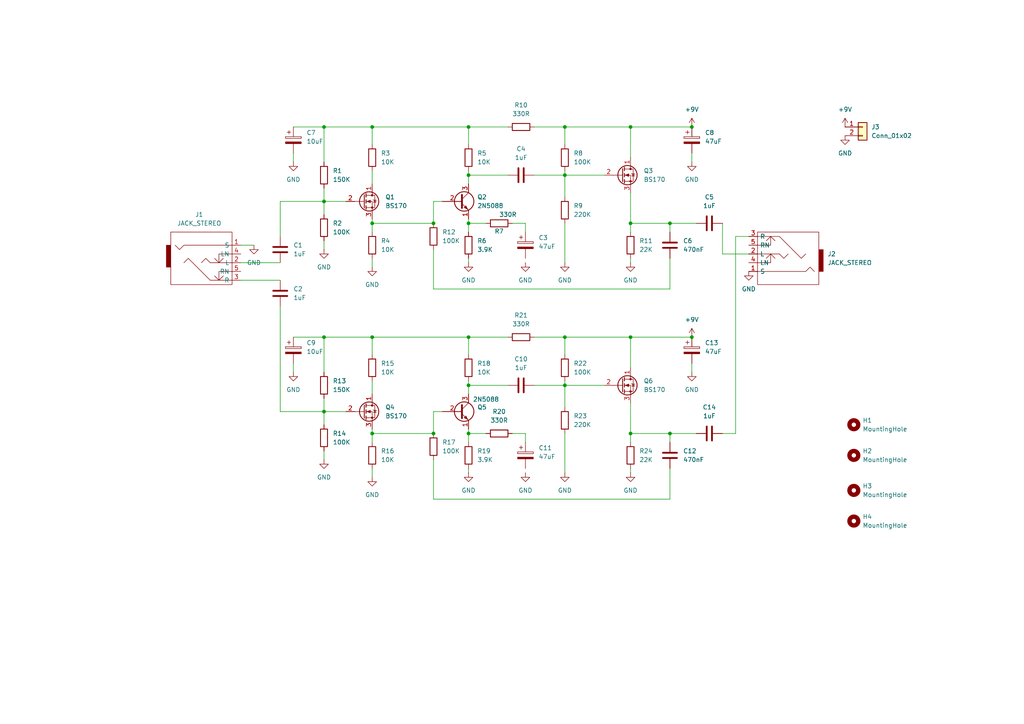
<source format=kicad_sch>
(kicad_sch (version 20231120) (generator "eeschema") (generator_version "8.0")
  (paper "A4")
  (lib_symbols
    (symbol "Connector_Generic:Conn_01x02" (pin_names (offset 1.016) hide)
      (property "Reference" "J" (at 0 2.54 0))
      (property "Value" "Conn_01x02" (at 0 -5.08 0))
      (symbol "Conn_01x02_1_1"
        (rectangle (start -1.27 -2.413) (end 0 -2.667) (stroke (width 0.1524)))
        (rectangle (start -1.27 0.127) (end 0 -0.127) (stroke (width 0.1524)))
        (rectangle (start -1.27 1.27) (end 1.27 -3.81) (stroke (width 0.254)) (fill (type background)))
        (pin passive line (at -5.08 0 0) (length 3.81) (name "Pin_1") (number "1"))
        (pin passive line (at -5.08 -2.54 0) (length 3.81) (name "Pin_2") (number "2"))
      )
    )
    (symbol "Device:C" (pin_numbers hide) (pin_names (offset 0.254))
      (property "Reference" "C" (at 0.635 2.54 0))
      (property "Value" "C" (at 0.635 -2.54 0))
      (symbol "C_0_1"
        (polyline (pts (xy -2.032 -0.762) (xy 2.032 -0.762)) (stroke (width 0.508)))
        (polyline (pts (xy -2.032 0.762) (xy 2.032 0.762)) (stroke (width 0.508)))
      )
      (symbol "C_1_1"
        (pin passive line (at 0 3.81 270) (length 2.794) (name "~") (number "1"))
        (pin passive line (at 0 -3.81 90) (length 2.794) (name "~") (number "2"))
      )
    )
    (symbol "Device:C_Polarized" (pin_numbers hide) (pin_names (offset 0.254))
      (property "Reference" "C" (at 0.635 2.54 0))
      (property "Value" "C_Polarized" (at 0.635 -2.54 0))
      (symbol "C_Polarized_0_1"
        (rectangle (start -2.286 0.508) (end 2.286 1.016))
        (polyline (pts (xy -1.778 2.286) (xy -0.762 2.286)))
        (polyline (pts (xy -1.27 2.794) (xy -1.27 1.778)))
        (rectangle (start 2.286 -0.508) (end -2.286 -1.016) (fill (type outline)))
      )
      (symbol "C_Polarized_1_1"
        (pin passive line (at 0 3.81 270) (length 2.794) (name "~") (number "1"))
        (pin passive line (at 0 -3.81 90) (length 2.794) (name "~") (number "2"))
      )
    )
    (symbol "Device:R" (pin_numbers hide) (pin_names (offset 0))
      (property "Reference" "R" (at 2.032 0 90))
      (property "Value" "R" (at 0 0 90))
      (symbol "R_0_1"
        (rectangle (start -1.016 -2.54) (end 1.016 2.54) (stroke (width 0.254)))
      )
      (symbol "R_1_1"
        (pin passive line (at 0 3.81 270) (length 1.27) (name "~") (number "1"))
        (pin passive line (at 0 -3.81 90) (length 1.27) (name "~") (number "2"))
      )
    )
    (symbol "Mechanical:MountingHole" (pin_names (offset 1.016)) (exclude_from_sim yes) (in_bom no)
      (property "Reference" "H" (at 0 5.08 0))
      (property "Value" "MountingHole" (at 0 3.175 0))
      (symbol "MountingHole_0_1"
        (circle (center 0 0) (radius 1.27) (stroke (width 1.27)))
      )
    )
    (symbol "My_Shit:JACK_STEREO" (pin_names (offset 0.762))
      (property "Reference" "J" (at 0 10.16 0))
      (property "Value" "JACK_STEREO" (at -1.27 -7.62 0))
      (symbol "JACK_STEREO_0_0"
        (polyline (pts (xy 3.81 -5.08) (xy 3.81 -2.54) (xy 7.62 -2.54)))
        (polyline (pts (xy 3.81 0) (xy 3.81 2.54) (xy 7.62 2.54)))
        (polyline (pts (xy -8.89 5.08) (xy -7.62 3.81) (xy -6.35 5.08) (xy 7.62 5.08)))
        (polyline (pts (xy -6.35 0) (xy -5.08 1.27) (xy 1.27 -5.08) (xy 7.62 -5.08)))
      )
      (symbol "JACK_STEREO_0_1"
        (rectangle (start -11.43 5.08) (end -10.16 -1.27) (fill (type outline)))
        (polyline (pts (xy 1.27 0) (xy 7.62 0)))
        (polyline (pts (xy 1.27 0) (xy 0 1.27) (xy -1.27 0) (xy -1.27 0)))
        (polyline (pts (xy 2.54 -3.81) (xy 3.81 -5.08) (xy 5.08 -3.81) (xy 5.08 -3.81)))
        (polyline (pts (xy 2.54 1.27) (xy 3.81 0) (xy 5.08 1.27) (xy 5.08 1.27)))
        (rectangle (start 7.62 -6.35) (end -10.16 8.89))
      )
      (symbol "JACK_STEREO_1_1"
        (pin passive line (at 10.16 5.08 180) (length 2.54) (name "S") (number "1"))
        (pin passive line (at 10.16 0 180) (length 2.54) (name "L") (number "2"))
        (pin passive line (at 10.16 -5.08 180) (length 2.54) (name "R") (number "3"))
        (pin passive line (at 10.16 2.54 180) (length 2.54) (name "LN") (number "4"))
        (pin passive line (at 10.16 -2.54 180) (length 2.54) (name "RN") (number "5"))
      )
    )
    (symbol "Transistor_BJT:BC109" (pin_names (offset 0) hide)
      (property "Reference" "Q" (at 5.08 1.905 0))
      (property "Value" "BC109" (at 5.08 0 0))
      (symbol "BC109_0_1"
        (polyline (pts (xy 0.635 0.635) (xy 2.54 2.54)))
        (polyline (pts (xy 0.635 -0.635) (xy 2.54 -2.54) (xy 2.54 -2.54)))
        (polyline (pts (xy 0.635 1.905) (xy 0.635 -1.905) (xy 0.635 -1.905)) (stroke (width 0.508)))
        (polyline (pts (xy 1.27 -1.778) (xy 1.778 -1.27) (xy 2.286 -2.286) (xy 1.27 -1.778) (xy 1.27 -1.778)) (fill (type outline)))
        (circle (center 1.27 0) (radius 2.8194) (stroke (width 0.254)))
      )
      (symbol "BC109_1_1"
        (pin passive line (at 2.54 -5.08 90) (length 2.54) (name "E") (number "1"))
        (pin input line (at -5.08 0 0) (length 5.715) (name "B") (number "2"))
        (pin passive line (at 2.54 5.08 270) (length 2.54) (name "C") (number "3"))
      )
    )
    (symbol "Transistor_FET:BS170" (pin_names hide)
      (property "Reference" "Q" (at 5.08 1.905 0))
      (property "Value" "BS170" (at 5.08 0 0))
      (symbol "BS170_0_1"
        (polyline (pts (xy 0.254 0) (xy -2.54 0)))
        (polyline (pts (xy 0.254 1.905) (xy 0.254 -1.905)) (stroke (width 0.254)))
        (polyline (pts (xy 0.762 -1.27) (xy 0.762 -2.286)) (stroke (width 0.254)))
        (polyline (pts (xy 0.762 0.508) (xy 0.762 -0.508)) (stroke (width 0.254)))
        (polyline (pts (xy 0.762 2.286) (xy 0.762 1.27)) (stroke (width 0.254)))
        (polyline (pts (xy 2.54 2.54) (xy 2.54 1.778)))
        (polyline (pts (xy 2.54 -2.54) (xy 2.54 0) (xy 0.762 0)))
        (polyline (pts (xy 0.762 -1.778) (xy 3.302 -1.778) (xy 3.302 1.778) (xy 0.762 1.778)))
        (polyline (pts (xy 1.016 0) (xy 2.032 0.381) (xy 2.032 -0.381) (xy 1.016 0)) (fill (type outline)))
        (polyline (pts (xy 2.794 0.508) (xy 2.921 0.381) (xy 3.683 0.381) (xy 3.81 0.254)))
        (polyline (pts (xy 3.302 0.381) (xy 2.921 -0.254) (xy 3.683 -0.254) (xy 3.302 0.381)))
        (circle (center 1.651 0) (radius 2.794) (stroke (width 0.254)))
        (circle (center 2.54 -1.778) (radius 0.254) (fill (type outline)))
        (circle (center 2.54 1.778) (radius 0.254) (fill (type outline)))
      )
      (symbol "BS170_1_1"
        (pin passive line (at 2.54 5.08 270) (length 2.54) (name "D") (number "1"))
        (pin input line (at -5.08 0 0) (length 2.54) (name "G") (number "2"))
        (pin passive line (at 2.54 -5.08 90) (length 2.54) (name "S") (number "3"))
      )
    )
    (symbol "power:+9V" (power) (pin_numbers hide) (pin_names (offset 0) hide)
      (property "Value" "+9V" (at 0 3.556 0))
      (symbol "+9V_0_1"
        (polyline (pts (xy -0.762 1.27) (xy 0 2.54)))
        (polyline (pts (xy 0 0) (xy 0 2.54)))
        (polyline (pts (xy 0 2.54) (xy 0.762 1.27)))
      )
      (symbol "+9V_1_1"
        (pin power_in line (at 0 0 90) (length 0) (name "~") (number "1"))
      )
    )
    (symbol "power:GND" (power) (pin_numbers hide) (pin_names (offset 0) hide)
      (property "Value" "GND" (at 0 -3.81 0))
      (symbol "GND_0_1"
        (polyline (pts (xy 0 0) (xy 0 -1.27) (xy 1.27 -1.27) (xy 0 -2.54) (xy -1.27 -1.27) (xy 0 -1.27)))
      )
      (symbol "GND_1_1"
        (pin power_in line (at 0 0 270) (length 0) (name "~") (number "1"))
      )
    )
  )
  (junction (at 163.83 36.83))
  (junction (at 135.89 50.8))
  (junction (at 135.89 97.79))
  (junction (at 194.31 64.77))
  (junction (at 107.95 97.79))
  (junction (at 182.88 64.77))
  (junction (at 135.89 111.76))
  (junction (at 182.88 97.79))
  (junction (at 163.83 97.79))
  (junction (at 135.89 125.73))
  (junction (at 163.83 111.76))
  (junction (at 107.95 64.77))
  (junction (at 163.83 50.8))
  (junction (at 107.95 125.73))
  (junction (at 200.66 36.83))
  (junction (at 93.98 36.83))
  (junction (at 182.88 36.83))
  (junction (at 135.89 36.83))
  (junction (at 194.31 125.73))
  (junction (at 135.89 64.77))
  (junction (at 93.98 97.79))
  (junction (at 200.66 97.79))
  (junction (at 125.73 64.77))
  (junction (at 125.73 125.73))
  (junction (at 107.95 36.83))
  (junction (at 182.88 125.73))
  (junction (at 93.98 119.38))
  (junction (at 93.98 58.42))
  (wire (pts (xy 163.83 50.8) (xy 163.83 49.53)))
  (wire (pts (xy 107.95 74.93) (xy 107.95 77.47)))
  (wire (pts (xy 93.98 69.85) (xy 93.98 72.39)))
  (wire (pts (xy 182.88 97.79) (xy 182.88 106.68)))
  (wire (pts (xy 154.94 111.76) (xy 163.83 111.76)))
  (wire (pts (xy 81.28 68.58) (xy 81.28 58.42)))
  (wire (pts (xy 194.31 83.82) (xy 125.73 83.82)))
  (wire (pts (xy 182.88 55.88) (xy 182.88 64.77)))
  (wire (pts (xy 135.89 64.77) (xy 135.89 67.31)))
  (wire (pts (xy 125.73 58.42) (xy 125.73 64.77)))
  (wire (pts (xy 182.88 116.84) (xy 182.88 125.73)))
  (wire (pts (xy 194.31 125.73) (xy 194.31 128.27)))
  (wire (pts (xy 107.95 64.77) (xy 107.95 67.31)))
  (wire (pts (xy 135.89 64.77) (xy 140.97 64.77)))
  (wire (pts (xy 93.98 115.57) (xy 93.98 119.38)))
  (wire (pts (xy 107.95 63.5) (xy 107.95 64.77)))
  (wire (pts (xy 135.89 50.8) (xy 147.32 50.8)))
  (wire (pts (xy 194.31 144.78) (xy 125.73 144.78)))
  (wire (pts (xy 135.89 110.49) (xy 135.89 111.76)))
  (wire (pts (xy 182.88 135.89) (xy 182.88 137.16)))
  (wire (pts (xy 209.55 73.66) (xy 217.17 73.66)))
  (wire (pts (xy 182.88 64.77) (xy 182.88 67.31)))
  (wire (pts (xy 93.98 119.38) (xy 93.98 123.19)))
  (wire (pts (xy 182.88 64.77) (xy 194.31 64.77)))
  (wire (pts (xy 135.89 111.76) (xy 135.89 114.3)))
  (wire (pts (xy 135.89 74.93) (xy 135.89 76.2)))
  (wire (pts (xy 128.27 58.42) (xy 125.73 58.42)))
  (wire (pts (xy 135.89 63.5) (xy 135.89 64.77)))
  (wire (pts (xy 135.89 49.53) (xy 135.89 50.8)))
  (wire (pts (xy 200.66 36.83) (xy 182.88 36.83)))
  (wire (pts (xy 135.89 36.83) (xy 135.89 41.91)))
  (wire (pts (xy 194.31 64.77) (xy 194.31 67.31)))
  (wire (pts (xy 107.95 102.87) (xy 107.95 97.79)))
  (wire (pts (xy 209.55 64.77) (xy 209.55 73.66)))
  (wire (pts (xy 194.31 74.93) (xy 194.31 83.82)))
  (wire (pts (xy 147.32 36.83) (xy 135.89 36.83)))
  (wire (pts (xy 85.09 44.45) (xy 85.09 46.99)))
  (wire (pts (xy 107.95 124.46) (xy 107.95 125.73)))
  (wire (pts (xy 107.95 125.73) (xy 125.73 125.73)))
  (wire (pts (xy 182.88 125.73) (xy 182.88 128.27)))
  (wire (pts (xy 163.83 50.8) (xy 163.83 57.15)))
  (wire (pts (xy 135.89 111.76) (xy 147.32 111.76)))
  (wire (pts (xy 175.26 50.8) (xy 163.83 50.8)))
  (wire (pts (xy 200.66 44.45) (xy 200.66 46.99)))
  (wire (pts (xy 182.88 36.83) (xy 163.83 36.83)))
  (wire (pts (xy 194.31 135.89) (xy 194.31 144.78)))
  (wire (pts (xy 217.17 68.58) (xy 213.36 68.58)))
  (wire (pts (xy 147.32 97.79) (xy 135.89 97.79)))
  (wire (pts (xy 93.98 58.42) (xy 100.33 58.42)))
  (wire (pts (xy 163.83 64.77) (xy 163.83 76.2)))
  (wire (pts (xy 93.98 119.38) (xy 100.33 119.38)))
  (wire (pts (xy 93.98 54.61) (xy 93.98 58.42)))
  (wire (pts (xy 125.73 144.78) (xy 125.73 133.35)))
  (wire (pts (xy 213.36 125.73) (xy 209.55 125.73)))
  (wire (pts (xy 135.89 135.89) (xy 135.89 137.16)))
  (wire (pts (xy 163.83 111.76) (xy 163.83 118.11)))
  (wire (pts (xy 107.95 110.49) (xy 107.95 114.3)))
  (wire (pts (xy 135.89 50.8) (xy 135.89 53.34)))
  (wire (pts (xy 154.94 50.8) (xy 163.83 50.8)))
  (wire (pts (xy 81.28 88.9) (xy 81.28 119.38)))
  (wire (pts (xy 148.59 125.73) (xy 152.4 125.73)))
  (wire (pts (xy 182.88 125.73) (xy 194.31 125.73)))
  (wire (pts (xy 93.98 130.81) (xy 93.98 133.35)))
  (wire (pts (xy 148.59 64.77) (xy 152.4 64.77)))
  (wire (pts (xy 200.66 105.41) (xy 200.66 107.95)))
  (wire (pts (xy 107.95 36.83) (xy 135.89 36.83)))
  (wire (pts (xy 152.4 125.73) (xy 152.4 128.27)))
  (wire (pts (xy 107.95 49.53) (xy 107.95 53.34)))
  (wire (pts (xy 93.98 36.83) (xy 107.95 36.83)))
  (wire (pts (xy 154.94 97.79) (xy 163.83 97.79)))
  (wire (pts (xy 163.83 97.79) (xy 163.83 102.87)))
  (wire (pts (xy 175.26 111.76) (xy 163.83 111.76)))
  (wire (pts (xy 194.31 64.77) (xy 201.93 64.77)))
  (wire (pts (xy 93.98 107.95) (xy 93.98 97.79)))
  (wire (pts (xy 93.98 46.99) (xy 93.98 36.83)))
  (wire (pts (xy 107.95 125.73) (xy 107.95 128.27)))
  (wire (pts (xy 135.89 125.73) (xy 140.97 125.73)))
  (wire (pts (xy 85.09 97.79) (xy 93.98 97.79)))
  (wire (pts (xy 135.89 125.73) (xy 135.89 128.27)))
  (wire (pts (xy 125.73 83.82) (xy 125.73 72.39)))
  (wire (pts (xy 69.85 76.2) (xy 81.28 76.2)))
  (wire (pts (xy 107.95 97.79) (xy 135.89 97.79)))
  (wire (pts (xy 85.09 36.83) (xy 93.98 36.83)))
  (wire (pts (xy 213.36 68.58) (xy 213.36 125.73)))
  (wire (pts (xy 81.28 58.42) (xy 93.98 58.42)))
  (wire (pts (xy 85.09 105.41) (xy 85.09 107.95)))
  (wire (pts (xy 135.89 124.46) (xy 135.89 125.73)))
  (wire (pts (xy 93.98 97.79) (xy 107.95 97.79)))
  (wire (pts (xy 182.88 36.83) (xy 182.88 45.72)))
  (wire (pts (xy 163.83 111.76) (xy 163.83 110.49)))
  (wire (pts (xy 128.27 119.38) (xy 125.73 119.38)))
  (wire (pts (xy 154.94 36.83) (xy 163.83 36.83)))
  (wire (pts (xy 107.95 41.91) (xy 107.95 36.83)))
  (wire (pts (xy 125.73 119.38) (xy 125.73 125.73)))
  (wire (pts (xy 200.66 97.79) (xy 182.88 97.79)))
  (wire (pts (xy 81.28 119.38) (xy 93.98 119.38)))
  (wire (pts (xy 93.98 58.42) (xy 93.98 62.23)))
  (wire (pts (xy 107.95 135.89) (xy 107.95 138.43)))
  (wire (pts (xy 69.85 81.28) (xy 81.28 81.28)))
  (wire (pts (xy 182.88 74.93) (xy 182.88 76.2)))
  (wire (pts (xy 182.88 97.79) (xy 163.83 97.79)))
  (wire (pts (xy 163.83 125.73) (xy 163.83 137.16)))
  (wire (pts (xy 135.89 97.79) (xy 135.89 102.87)))
  (wire (pts (xy 194.31 125.73) (xy 201.93 125.73)))
  (wire (pts (xy 152.4 64.77) (xy 152.4 67.31)))
  (wire (pts (xy 107.95 64.77) (xy 125.73 64.77)))
  (wire (pts (xy 69.85 71.12) (xy 73.66 71.12)))
  (wire (pts (xy 163.83 36.83) (xy 163.83 41.91)))
  (symbol (lib_id "Device:R") (at 163.83 60.96 0) (unit 1)
    (property "Reference" "R9" (at 166.37 59.6899 0) (effects (justify left)))
    (property "Value" "220K" (at 166.37 62.2299 0) (effects (justify left)))
    (property "Footprint" "Resistor_THT:R_Axial_DIN0309_L9.0mm_D3.2mm_P2.54mm_Vertical" (effects (hide yes)))
    (property "Description" "Resistor" (effects (hide yes)))
  )
  (symbol (lib_id "Transistor_FET:BS170") (at 105.41 58.42 0) (unit 1)
    (property "Reference" "Q1" (at 111.76 57.1499 0) (effects (justify left)))
    (property "Value" "BS170" (at 111.76 59.6899 0) (effects (justify left)))
    (property "Footprint" "Package_TO_SOT_THT:TO-92_Inline" (effects (hide yes)))
    (property "Datasheet" "https://www.onsemi.com/pub/Collateral/BS170-D.PDF" (effects (hide yes)))
    (property "Description" "0.5A Id, 60V Vds, N-Channel MOSFET, TO-92" (effects (hide yes)))
  )
  (symbol (lib_id "power:+9V") (at 200.66 36.83 0) (unit 1)
    (property "Reference" "#PWR011" (effects (hide yes)))
    (property "Value" "+9V" (at 200.66 31.75 0))
    (property "Description" "Power symbol creates a global label with name \"+9V\"" (effects (hide yes)))
  )
  (symbol (lib_id "power:GND") (at 107.95 138.43 0) (unit 1)
    (property "Reference" "#PWR014" (effects (hide yes)))
    (property "Value" "GND" (at 107.95 143.51 0))
    (property "Description" "Power symbol creates a global label with name \"GND\" , ground" (effects (hide yes)))
  )
  (symbol (lib_id "Device:C") (at 81.28 72.39 180) (unit 1)
    (property "Reference" "C1" (at 85.09 71.1199 0) (effects (justify right)))
    (property "Value" "1uF" (at 85.09 73.6599 0) (effects (justify right)))
    (property "Footprint" "Capacitor_THT:C_Disc_D4.7mm_W2.5mm_P5.00mm" (effects (hide yes)))
    (property "Description" "Unpolarized capacitor" (effects (hide yes)))
  )
  (symbol (lib_id "power:GND") (at 163.83 76.2 0) (unit 1)
    (property "Reference" "#PWR07" (effects (hide yes)))
    (property "Value" "GND" (at 163.83 81.28 0))
    (property "Description" "Power symbol creates a global label with name \"GND\" , ground" (effects (hide yes)))
  )
  (symbol (lib_id "Device:R") (at 144.78 125.73 90) (unit 1)
    (property "Reference" "R20" (at 144.78 119.38 90))
    (property "Value" "330R" (at 144.78 121.92 90))
    (property "Footprint" "Resistor_THT:R_Axial_DIN0309_L9.0mm_D3.2mm_P2.54mm_Vertical" (effects (hide yes)))
    (property "Description" "Resistor" (effects (hide yes)))
  )
  (symbol (lib_id "Device:R") (at 182.88 132.08 0) (unit 1)
    (property "Reference" "R24" (at 185.42 130.8099 0) (effects (justify left)))
    (property "Value" "22K" (at 185.42 133.3499 0) (effects (justify left)))
    (property "Footprint" "Resistor_THT:R_Axial_DIN0309_L9.0mm_D3.2mm_P2.54mm_Vertical" (effects (hide yes)))
    (property "Description" "Resistor" (effects (hide yes)))
  )
  (symbol (lib_id "Device:R") (at 144.78 64.77 90) (unit 1)
    (property "Reference" "R7" (at 144.78 67.056 90))
    (property "Value" "330R" (at 147.32 62.23 90))
    (property "Footprint" "Resistor_THT:R_Axial_DIN0309_L9.0mm_D3.2mm_P2.54mm_Vertical" (effects (hide yes)))
    (property "Description" "Resistor" (effects (hide yes)))
  )
  (symbol (lib_id "Device:R") (at 135.89 132.08 0) (unit 1)
    (property "Reference" "R19" (at 138.43 130.8099 0) (effects (justify left)))
    (property "Value" "3.9K" (at 138.43 133.3499 0) (effects (justify left)))
    (property "Footprint" "Resistor_THT:R_Axial_DIN0309_L9.0mm_D3.2mm_P2.54mm_Vertical" (effects (hide yes)))
    (property "Description" "Resistor" (effects (hide yes)))
  )
  (symbol (lib_id "Transistor_FET:BS170") (at 180.34 50.8 0) (unit 1)
    (property "Reference" "Q3" (at 186.69 49.5299 0) (effects (justify left)))
    (property "Value" "BS170" (at 186.69 52.0699 0) (effects (justify left)))
    (property "Footprint" "Package_TO_SOT_THT:TO-92_Inline" (effects (hide yes)))
    (property "Datasheet" "https://www.onsemi.com/pub/Collateral/BS170-D.PDF" (effects (hide yes)))
    (property "Description" "0.5A Id, 60V Vds, N-Channel MOSFET, TO-92" (effects (hide yes)))
  )
  (symbol (lib_id "Device:R") (at 125.73 68.58 180) (unit 1)
    (property "Reference" "R12" (at 128.27 67.3099 0) (effects (justify right)))
    (property "Value" "100K" (at 128.27 69.8499 0) (effects (justify right)))
    (property "Footprint" "Resistor_THT:R_Axial_DIN0309_L9.0mm_D3.2mm_P2.54mm_Vertical" (effects (hide yes)))
    (property "Description" "Resistor" (effects (hide yes)))
  )
  (symbol (lib_id "Device:C") (at 151.13 50.8 270) (unit 1)
    (property "Reference" "C4" (at 151.13 43.18 90))
    (property "Value" "1uF" (at 151.13 45.72 90))
    (property "Footprint" "Capacitor_THT:C_Disc_D4.7mm_W2.5mm_P5.00mm" (effects (hide yes)))
    (property "Description" "Unpolarized capacitor" (effects (hide yes)))
  )
  (symbol (lib_id "Device:C") (at 194.31 132.08 180) (unit 1)
    (property "Reference" "C12" (at 198.12 130.8099 0) (effects (justify right)))
    (property "Value" "470nF" (at 198.12 133.3499 0) (effects (justify right)))
    (property "Footprint" "Capacitor_THT:C_Disc_D4.7mm_W2.5mm_P5.00mm" (effects (hide yes)))
    (property "Description" "Unpolarized capacitor" (effects (hide yes)))
  )
  (symbol (lib_id "Device:R") (at 93.98 50.8 0) (unit 1)
    (property "Reference" "R1" (at 96.52 49.5299 0) (effects (justify left)))
    (property "Value" "150K" (at 96.52 52.0699 0) (effects (justify left)))
    (property "Footprint" "Resistor_THT:R_Axial_DIN0309_L9.0mm_D3.2mm_P2.54mm_Vertical" (effects (hide yes)))
    (property "Description" "Resistor" (effects (hide yes)))
  )
  (symbol (lib_id "Device:R") (at 107.95 71.12 0) (unit 1)
    (property "Reference" "R4" (at 110.49 69.8499 0) (effects (justify left)))
    (property "Value" "10K" (at 110.49 72.3899 0) (effects (justify left)))
    (property "Footprint" "Resistor_THT:R_Axial_DIN0309_L9.0mm_D3.2mm_P2.54mm_Vertical" (effects (hide yes)))
    (property "Description" "Resistor" (effects (hide yes)))
  )
  (symbol (lib_id "Connector_Generic:Conn_01x02") (at 250.19 36.83 0) (unit 1)
    (property "Reference" "J3" (at 252.73 36.8299 0) (effects (justify left)))
    (property "Value" "Conn_01x02" (at 252.73 39.3699 0) (effects (justify left)))
    (property "Footprint" "Connector_PinHeader_2.54mm:PinHeader_1x02_P2.54mm_Vertical" (effects (hide yes)))
    (property "Description" "Generic connector, single row, 01x02, script generated (kicad-library-utils/schlib/autogen/connector/)" (effects (hide yes)))
  )
  (symbol (lib_id "Device:R") (at 93.98 66.04 0) (unit 1)
    (property "Reference" "R2" (at 96.52 64.7699 0) (effects (justify left)))
    (property "Value" "100K" (at 96.52 67.3099 0) (effects (justify left)))
    (property "Footprint" "Resistor_THT:R_Axial_DIN0309_L9.0mm_D3.2mm_P2.54mm_Vertical" (effects (hide yes)))
    (property "Description" "Resistor" (effects (hide yes)))
  )
  (symbol (lib_id "Mechanical:MountingHole") (at 247.65 132.08 0) (unit 1) (exclude_from_sim yes) (in_bom no)
    (property "Reference" "H2" (at 250.19 130.8099 0) (effects (justify left)))
    (property "Value" "MountingHole" (at 250.19 133.3499 0) (effects (justify left)))
    (property "Footprint" "MountingHole:MountingHole_3.2mm_M3_DIN965" (effects (hide yes)))
    (property "Description" "Mounting Hole without connection" (effects (hide yes)))
  )
  (symbol (lib_id "power:GND") (at 182.88 76.2 0) (unit 1)
    (property "Reference" "#PWR06" (effects (hide yes)))
    (property "Value" "GND" (at 182.88 81.28 0))
    (property "Description" "Power symbol creates a global label with name \"GND\" , ground" (effects (hide yes)))
  )
  (symbol (lib_id "Device:C_Polarized") (at 200.66 40.64 0) (unit 1)
    (property "Reference" "C8" (at 204.47 38.4809 0) (effects (justify left)))
    (property "Value" "47uF" (at 204.47 41.0209 0) (effects (justify left)))
    (property "Footprint" "Capacitor_THT:CP_Radial_D5.0mm_P2.50mm" (effects (hide yes)))
    (property "Description" "Polarized capacitor" (effects (hide yes)))
  )
  (symbol (lib_id "My_Shit:JACK_STEREO") (at 227.33 73.66 180) (unit 1)
    (property "Reference" "J2" (at 240.03 73.6599 0) (effects (justify right)))
    (property "Value" "JACK_STEREO" (at 240.03 76.1999 0) (effects (justify right)))
    (property "Footprint" "My_Shit:AUDIO_STEREO_CONN" (effects (hide yes)))
  )
  (symbol (lib_id "Device:R") (at 125.73 129.54 180) (unit 1)
    (property "Reference" "R17" (at 128.27 128.2699 0) (effects (justify right)))
    (property "Value" "100K" (at 128.27 130.8099 0) (effects (justify right)))
    (property "Footprint" "Resistor_THT:R_Axial_DIN0309_L9.0mm_D3.2mm_P2.54mm_Vertical" (effects (hide yes)))
    (property "Description" "Resistor" (effects (hide yes)))
  )
  (symbol (lib_id "Transistor_BJT:BC109") (at 133.35 119.38 0) (unit 1)
    (property "Reference" "Q5" (at 138.43 118.1099 0) (effects (justify left)))
    (property "Value" "2N5088" (at 137.16 115.824 0) (effects (justify left)))
    (property "Footprint" "Package_TO_SOT_THT:TO-92_Inline" (effects (hide yes)))
    (property "Datasheet" "http://www.farnell.com/datasheets/296634.pdf" (effects (hide yes)))
    (property "Description" "0.2A Ic, 25V Vce, Low Noise General Purpose NPN Transistor, TO-18" (effects (hide yes)))
  )
  (symbol (lib_id "power:GND") (at 93.98 133.35 0) (unit 1)
    (property "Reference" "#PWR013" (effects (hide yes)))
    (property "Value" "GND" (at 93.98 138.43 0))
    (property "Description" "Power symbol creates a global label with name \"GND\" , ground" (effects (hide yes)))
  )
  (symbol (lib_id "power:GND") (at 135.89 76.2 0) (unit 1)
    (property "Reference" "#PWR04" (effects (hide yes)))
    (property "Value" "GND" (at 135.89 81.28 0))
    (property "Description" "Power symbol creates a global label with name \"GND\" , ground" (effects (hide yes)))
  )
  (symbol (lib_id "Device:R") (at 93.98 111.76 0) (unit 1)
    (property "Reference" "R13" (at 96.52 110.4899 0) (effects (justify left)))
    (property "Value" "150K" (at 96.52 113.0299 0) (effects (justify left)))
    (property "Footprint" "Resistor_THT:R_Axial_DIN0309_L9.0mm_D3.2mm_P2.54mm_Vertical" (effects (hide yes)))
    (property "Description" "Resistor" (effects (hide yes)))
  )
  (symbol (lib_id "power:+9V") (at 200.66 97.79 0) (unit 1)
    (property "Reference" "#PWR019" (effects (hide yes)))
    (property "Value" "+9V" (at 200.66 92.71 0))
    (property "Description" "Power symbol creates a global label with name \"+9V\"" (effects (hide yes)))
  )
  (symbol (lib_id "power:+9V") (at 245.11 36.83 0) (unit 1)
    (property "Reference" "#PWR021" (effects (hide yes)))
    (property "Value" "+9V" (at 245.11 31.75 0))
    (property "Description" "Power symbol creates a global label with name \"+9V\"" (effects (hide yes)))
  )
  (symbol (lib_id "Device:R") (at 107.95 45.72 0) (unit 1)
    (property "Reference" "R3" (at 110.49 44.4499 0) (effects (justify left)))
    (property "Value" "10K" (at 110.49 46.9899 0) (effects (justify left)))
    (property "Footprint" "Resistor_THT:R_Axial_DIN0309_L9.0mm_D3.2mm_P2.54mm_Vertical" (effects (hide yes)))
    (property "Description" "Resistor" (effects (hide yes)))
  )
  (symbol (lib_id "power:GND") (at 200.66 107.95 0) (unit 1)
    (property "Reference" "#PWR020" (effects (hide yes)))
    (property "Value" "GND" (at 200.66 113.03 0))
    (property "Description" "Power symbol creates a global label with name \"GND\" , ground" (effects (hide yes)))
  )
  (symbol (lib_id "power:GND") (at 85.09 107.95 0) (unit 1)
    (property "Reference" "#PWR012" (effects (hide yes)))
    (property "Value" "GND" (at 85.09 113.03 0))
    (property "Description" "Power symbol creates a global label with name \"GND\" , ground" (effects (hide yes)))
  )
  (symbol (lib_id "Device:C_Polarized") (at 152.4 71.12 0) (unit 1)
    (property "Reference" "C3" (at 156.21 68.9609 0) (effects (justify left)))
    (property "Value" "47uF" (at 156.21 71.5009 0) (effects (justify left)))
    (property "Footprint" "Capacitor_THT:CP_Radial_D5.0mm_P2.50mm" (effects (hide yes)))
    (property "Description" "Polarized capacitor" (effects (hide yes)))
  )
  (symbol (lib_id "Device:C") (at 205.74 125.73 270) (unit 1)
    (property "Reference" "C14" (at 205.74 118.11 90))
    (property "Value" "1uF" (at 205.74 120.65 90))
    (property "Footprint" "Capacitor_THT:C_Disc_D4.7mm_W2.5mm_P5.00mm" (effects (hide yes)))
    (property "Description" "Unpolarized capacitor" (effects (hide yes)))
  )
  (symbol (lib_id "Transistor_BJT:BC109") (at 133.35 58.42 0) (unit 1)
    (property "Reference" "Q2" (at 138.43 57.1499 0) (effects (justify left)))
    (property "Value" "2N5088" (at 138.43 59.6899 0) (effects (justify left)))
    (property "Footprint" "Package_TO_SOT_THT:TO-92_Inline" (effects (hide yes)))
    (property "Datasheet" "http://www.farnell.com/datasheets/296634.pdf" (effects (hide yes)))
    (property "Description" "0.2A Ic, 25V Vce, Low Noise General Purpose NPN Transistor, TO-18" (effects (hide yes)))
  )
  (symbol (lib_id "Device:C") (at 205.74 64.77 270) (unit 1)
    (property "Reference" "C5" (at 205.74 57.15 90))
    (property "Value" "1uF" (at 205.74 59.69 90))
    (property "Footprint" "Capacitor_THT:C_Disc_D4.7mm_W2.5mm_P5.00mm" (effects (hide yes)))
    (property "Description" "Unpolarized capacitor" (effects (hide yes)))
  )
  (symbol (lib_id "power:GND") (at 152.4 137.16 0) (unit 1)
    (property "Reference" "#PWR016" (effects (hide yes)))
    (property "Value" "GND" (at 152.4 142.24 0))
    (property "Description" "Power symbol creates a global label with name \"GND\" , ground" (effects (hide yes)))
  )
  (symbol (lib_id "Device:R") (at 163.83 45.72 0) (unit 1)
    (property "Reference" "R8" (at 166.37 44.4499 0) (effects (justify left)))
    (property "Value" "100K" (at 166.37 46.9899 0) (effects (justify left)))
    (property "Footprint" "Resistor_THT:R_Axial_DIN0309_L9.0mm_D3.2mm_P2.54mm_Vertical" (effects (hide yes)))
    (property "Description" "Resistor" (effects (hide yes)))
  )
  (symbol (lib_id "Device:R") (at 151.13 36.83 90) (unit 1)
    (property "Reference" "R10" (at 151.13 30.48 90))
    (property "Value" "330R" (at 151.13 33.02 90))
    (property "Footprint" "Resistor_THT:R_Axial_DIN0309_L9.0mm_D3.2mm_P2.54mm_Vertical" (effects (hide yes)))
    (property "Description" "Resistor" (effects (hide yes)))
  )
  (symbol (lib_id "power:GND") (at 217.17 78.74 0) (unit 1)
    (property "Reference" "#PWR08" (effects (hide yes)))
    (property "Value" "GND" (at 217.17 83.82 0))
    (property "Description" "Power symbol creates a global label with name \"GND\" , ground" (effects (hide yes)))
  )
  (symbol (lib_id "Transistor_FET:BS170") (at 105.41 119.38 0) (unit 1)
    (property "Reference" "Q4" (at 111.76 118.1099 0) (effects (justify left)))
    (property "Value" "BS170" (at 111.76 120.6499 0) (effects (justify left)))
    (property "Footprint" "Package_TO_SOT_THT:TO-92_Inline" (effects (hide yes)))
    (property "Datasheet" "https://www.onsemi.com/pub/Collateral/BS170-D.PDF" (effects (hide yes)))
    (property "Description" "0.5A Id, 60V Vds, N-Channel MOSFET, TO-92" (effects (hide yes)))
  )
  (symbol (lib_id "Device:C_Polarized") (at 85.09 40.64 0) (unit 1)
    (property "Reference" "C7" (at 88.9 38.4809 0) (effects (justify left)))
    (property "Value" "10uF" (at 88.9 41.0209 0) (effects (justify left)))
    (property "Footprint" "Capacitor_THT:CP_Radial_D5.0mm_P2.50mm" (effects (hide yes)))
    (property "Description" "Polarized capacitor" (effects (hide yes)))
  )
  (symbol (lib_id "power:GND") (at 152.4 76.2 0) (unit 1)
    (property "Reference" "#PWR05" (effects (hide yes)))
    (property "Value" "GND" (at 152.4 81.28 0))
    (property "Description" "Power symbol creates a global label with name \"GND\" , ground" (effects (hide yes)))
  )
  (symbol (lib_id "Mechanical:MountingHole") (at 247.65 123.19 0) (unit 1) (exclude_from_sim yes) (in_bom no)
    (property "Reference" "H1" (at 250.19 121.9199 0) (effects (justify left)))
    (property "Value" "MountingHole" (at 250.19 124.4599 0) (effects (justify left)))
    (property "Footprint" "MountingHole:MountingHole_3.2mm_M3_DIN965" (effects (hide yes)))
    (property "Description" "Mounting Hole without connection" (effects (hide yes)))
  )
  (symbol (lib_id "power:GND") (at 93.98 72.39 0) (unit 1)
    (property "Reference" "#PWR02" (effects (hide yes)))
    (property "Value" "GND" (at 93.98 77.47 0))
    (property "Description" "Power symbol creates a global label with name \"GND\" , ground" (effects (hide yes)))
  )
  (symbol (lib_id "Device:R") (at 135.89 106.68 0) (unit 1)
    (property "Reference" "R18" (at 138.43 105.4099 0) (effects (justify left)))
    (property "Value" "10K" (at 138.43 107.9499 0) (effects (justify left)))
    (property "Footprint" "Resistor_THT:R_Axial_DIN0309_L9.0mm_D3.2mm_P2.54mm_Vertical" (effects (hide yes)))
    (property "Description" "Resistor" (effects (hide yes)))
  )
  (symbol (lib_id "Device:R") (at 93.98 127 0) (unit 1)
    (property "Reference" "R14" (at 96.52 125.7299 0) (effects (justify left)))
    (property "Value" "100K" (at 96.52 128.2699 0) (effects (justify left)))
    (property "Footprint" "Resistor_THT:R_Axial_DIN0309_L9.0mm_D3.2mm_P2.54mm_Vertical" (effects (hide yes)))
    (property "Description" "Resistor" (effects (hide yes)))
  )
  (symbol (lib_id "Transistor_FET:BS170") (at 180.34 111.76 0) (unit 1)
    (property "Reference" "Q6" (at 186.69 110.4899 0) (effects (justify left)))
    (property "Value" "BS170" (at 186.69 113.0299 0) (effects (justify left)))
    (property "Footprint" "Package_TO_SOT_THT:TO-92_Inline" (effects (hide yes)))
    (property "Datasheet" "https://www.onsemi.com/pub/Collateral/BS170-D.PDF" (effects (hide yes)))
    (property "Description" "0.5A Id, 60V Vds, N-Channel MOSFET, TO-92" (effects (hide yes)))
  )
  (symbol (lib_id "Device:C") (at 81.28 85.09 180) (unit 1)
    (property "Reference" "C2" (at 85.09 83.8199 0) (effects (justify right)))
    (property "Value" "1uF" (at 85.09 86.3599 0) (effects (justify right)))
    (property "Footprint" "Capacitor_THT:C_Disc_D4.7mm_W2.5mm_P5.00mm" (effects (hide yes)))
    (property "Description" "Unpolarized capacitor" (effects (hide yes)))
  )
  (symbol (lib_id "Device:R") (at 163.83 121.92 0) (unit 1)
    (property "Reference" "R23" (at 166.37 120.6499 0) (effects (justify left)))
    (property "Value" "220K" (at 166.37 123.1899 0) (effects (justify left)))
    (property "Footprint" "Resistor_THT:R_Axial_DIN0309_L9.0mm_D3.2mm_P2.54mm_Vertical" (effects (hide yes)))
    (property "Description" "Resistor" (effects (hide yes)))
  )
  (symbol (lib_id "My_Shit:JACK_STEREO") (at 59.69 76.2 0) (unit 1)
    (property "Reference" "J1" (at 57.785 62.23 0))
    (property "Value" "JACK_STEREO" (at 57.785 64.77 0))
    (property "Footprint" "My_Shit:AUDIO_STEREO_CONN" (effects (hide yes)))
  )
  (symbol (lib_id "power:GND") (at 200.66 46.99 0) (unit 1)
    (property "Reference" "#PWR09" (effects (hide yes)))
    (property "Value" "GND" (at 200.66 52.07 0))
    (property "Description" "Power symbol creates a global label with name \"GND\" , ground" (effects (hide yes)))
  )
  (symbol (lib_id "Mechanical:MountingHole") (at 247.65 142.24 0) (unit 1) (exclude_from_sim yes) (in_bom no)
    (property "Reference" "H3" (at 250.19 140.9699 0) (effects (justify left)))
    (property "Value" "MountingHole" (at 250.19 143.5099 0) (effects (justify left)))
    (property "Footprint" "MountingHole:MountingHole_3.2mm_M3_DIN965" (effects (hide yes)))
    (property "Description" "Mounting Hole without connection" (effects (hide yes)))
  )
  (symbol (lib_id "Device:R") (at 151.13 97.79 90) (unit 1)
    (property "Reference" "R21" (at 151.13 91.44 90))
    (property "Value" "330R" (at 151.13 93.98 90))
    (property "Footprint" "Resistor_THT:R_Axial_DIN0309_L9.0mm_D3.2mm_P2.54mm_Vertical" (effects (hide yes)))
    (property "Description" "Resistor" (effects (hide yes)))
  )
  (symbol (lib_id "Device:C_Polarized") (at 85.09 101.6 0) (unit 1)
    (property "Reference" "C9" (at 88.9 99.4409 0) (effects (justify left)))
    (property "Value" "10uF" (at 88.9 101.9809 0) (effects (justify left)))
    (property "Footprint" "Capacitor_THT:CP_Radial_D5.0mm_P2.50mm" (effects (hide yes)))
    (property "Description" "Polarized capacitor" (effects (hide yes)))
  )
  (symbol (lib_id "power:GND") (at 73.66 71.12 0) (unit 1)
    (property "Reference" "#PWR01" (effects (hide yes)))
    (property "Value" "GND" (at 73.66 76.2 0))
    (property "Description" "Power symbol creates a global label with name \"GND\" , ground" (effects (hide yes)))
  )
  (symbol (lib_id "power:GND") (at 163.83 137.16 0) (unit 1)
    (property "Reference" "#PWR017" (effects (hide yes)))
    (property "Value" "GND" (at 163.83 142.24 0))
    (property "Description" "Power symbol creates a global label with name \"GND\" , ground" (effects (hide yes)))
  )
  (symbol (lib_id "Device:R") (at 182.88 71.12 0) (unit 1)
    (property "Reference" "R11" (at 185.42 69.8499 0) (effects (justify left)))
    (property "Value" "22K" (at 185.42 72.3899 0) (effects (justify left)))
    (property "Footprint" "Resistor_THT:R_Axial_DIN0309_L9.0mm_D3.2mm_P2.54mm_Vertical" (effects (hide yes)))
    (property "Description" "Resistor" (effects (hide yes)))
  )
  (symbol (lib_id "Device:R") (at 163.83 106.68 0) (unit 1)
    (property "Reference" "R22" (at 166.37 105.4099 0) (effects (justify left)))
    (property "Value" "100K" (at 166.37 107.9499 0) (effects (justify left)))
    (property "Footprint" "Resistor_THT:R_Axial_DIN0309_L9.0mm_D3.2mm_P2.54mm_Vertical" (effects (hide yes)))
    (property "Description" "Resistor" (effects (hide yes)))
  )
  (symbol (lib_id "power:GND") (at 85.09 46.99 0) (unit 1)
    (property "Reference" "#PWR010" (effects (hide yes)))
    (property "Value" "GND" (at 85.09 52.07 0))
    (property "Description" "Power symbol creates a global label with name \"GND\" , ground" (effects (hide yes)))
  )
  (symbol (lib_id "Device:C_Polarized") (at 152.4 132.08 0) (unit 1)
    (property "Reference" "C11" (at 156.21 129.9209 0) (effects (justify left)))
    (property "Value" "47uF" (at 156.21 132.4609 0) (effects (justify left)))
    (property "Footprint" "Capacitor_THT:CP_Radial_D5.0mm_P2.50mm" (effects (hide yes)))
    (property "Description" "Polarized capacitor" (effects (hide yes)))
  )
  (symbol (lib_id "Device:R") (at 107.95 106.68 0) (unit 1)
    (property "Reference" "R15" (at 110.49 105.4099 0) (effects (justify left)))
    (property "Value" "10K" (at 110.49 107.9499 0) (effects (justify left)))
    (property "Footprint" "Resistor_THT:R_Axial_DIN0309_L9.0mm_D3.2mm_P2.54mm_Vertical" (effects (hide yes)))
    (property "Description" "Resistor" (effects (hide yes)))
  )
  (symbol (lib_id "power:GND") (at 245.11 39.37 0) (unit 1)
    (property "Reference" "#PWR022" (effects (hide yes)))
    (property "Value" "GND" (at 245.11 44.45 0))
    (property "Description" "Power symbol creates a global label with name \"GND\" , ground" (effects (hide yes)))
  )
  (symbol (lib_id "power:GND") (at 135.89 137.16 0) (unit 1)
    (property "Reference" "#PWR015" (effects (hide yes)))
    (property "Value" "GND" (at 135.89 142.24 0))
    (property "Description" "Power symbol creates a global label with name \"GND\" , ground" (effects (hide yes)))
  )
  (symbol (lib_id "Device:C") (at 151.13 111.76 270) (unit 1)
    (property "Reference" "C10" (at 151.13 104.14 90))
    (property "Value" "1uF" (at 151.13 106.68 90))
    (property "Footprint" "Capacitor_THT:C_Disc_D4.7mm_W2.5mm_P5.00mm" (effects (hide yes)))
    (property "Description" "Unpolarized capacitor" (effects (hide yes)))
  )
  (symbol (lib_id "Device:R") (at 135.89 71.12 0) (unit 1)
    (property "Reference" "R6" (at 138.43 69.8499 0) (effects (justify left)))
    (property "Value" "3.9K" (at 138.43 72.3899 0) (effects (justify left)))
    (property "Footprint" "Resistor_THT:R_Axial_DIN0309_L9.0mm_D3.2mm_P2.54mm_Vertical" (effects (hide yes)))
    (property "Description" "Resistor" (effects (hide yes)))
  )
  (symbol (lib_id "power:GND") (at 182.88 137.16 0) (unit 1)
    (property "Reference" "#PWR018" (effects (hide yes)))
    (property "Value" "GND" (at 182.88 142.24 0))
    (property "Description" "Power symbol creates a global label with name \"GND\" , ground" (effects (hide yes)))
  )
  (symbol (lib_id "Device:C_Polarized") (at 200.66 101.6 0) (unit 1)
    (property "Reference" "C13" (at 204.47 99.4409 0) (effects (justify left)))
    (property "Value" "47uF" (at 204.47 101.9809 0) (effects (justify left)))
    (property "Footprint" "Capacitor_THT:CP_Radial_D5.0mm_P2.50mm" (effects (hide yes)))
    (property "Description" "Polarized capacitor" (effects (hide yes)))
  )
  (symbol (lib_id "power:GND") (at 107.95 77.47 0) (unit 1)
    (property "Reference" "#PWR03" (effects (hide yes)))
    (property "Value" "GND" (at 107.95 82.55 0))
    (property "Description" "Power symbol creates a global label with name \"GND\" , ground" (effects (hide yes)))
  )
  (symbol (lib_id "Device:R") (at 107.95 132.08 0) (unit 1)
    (property "Reference" "R16" (at 110.49 130.8099 0) (effects (justify left)))
    (property "Value" "10K" (at 110.49 133.3499 0) (effects (justify left)))
    (property "Footprint" "Resistor_THT:R_Axial_DIN0309_L9.0mm_D3.2mm_P2.54mm_Vertical" (effects (hide yes)))
    (property "Description" "Resistor" (effects (hide yes)))
  )
  (symbol (lib_id "Device:R") (at 135.89 45.72 0) (unit 1)
    (property "Reference" "R5" (at 138.43 44.4499 0) (effects (justify left)))
    (property "Value" "10K" (at 138.43 46.9899 0) (effects (justify left)))
    (property "Footprint" "Resistor_THT:R_Axial_DIN0309_L9.0mm_D3.2mm_P2.54mm_Vertical" (effects (hide yes)))
    (property "Description" "Resistor" (effects (hide yes)))
  )
  (symbol (lib_id "Device:C") (at 194.31 71.12 180) (unit 1)
    (property "Reference" "C6" (at 198.12 69.8499 0) (effects (justify right)))
    (property "Value" "470nF" (at 198.12 72.3899 0) (effects (justify right)))
    (property "Footprint" "Capacitor_THT:C_Disc_D4.7mm_W2.5mm_P5.00mm" (effects (hide yes)))
    (property "Description" "Unpolarized capacitor" (effects (hide yes)))
  )
  (symbol (lib_id "Mechanical:MountingHole") (at 247.65 151.13 0) (unit 1) (exclude_from_sim yes) (in_bom no)
    (property "Reference" "H4" (at 250.19 149.8599 0) (effects (justify left)))
    (property "Value" "MountingHole" (at 250.19 152.3999 0) (effects (justify left)))
    (property "Footprint" "MountingHole:MountingHole_3.2mm_M3_DIN965" (effects (hide yes)))
    (property "Description" "Mounting Hole without connection" (effects (hide yes)))
  )
)
</source>
